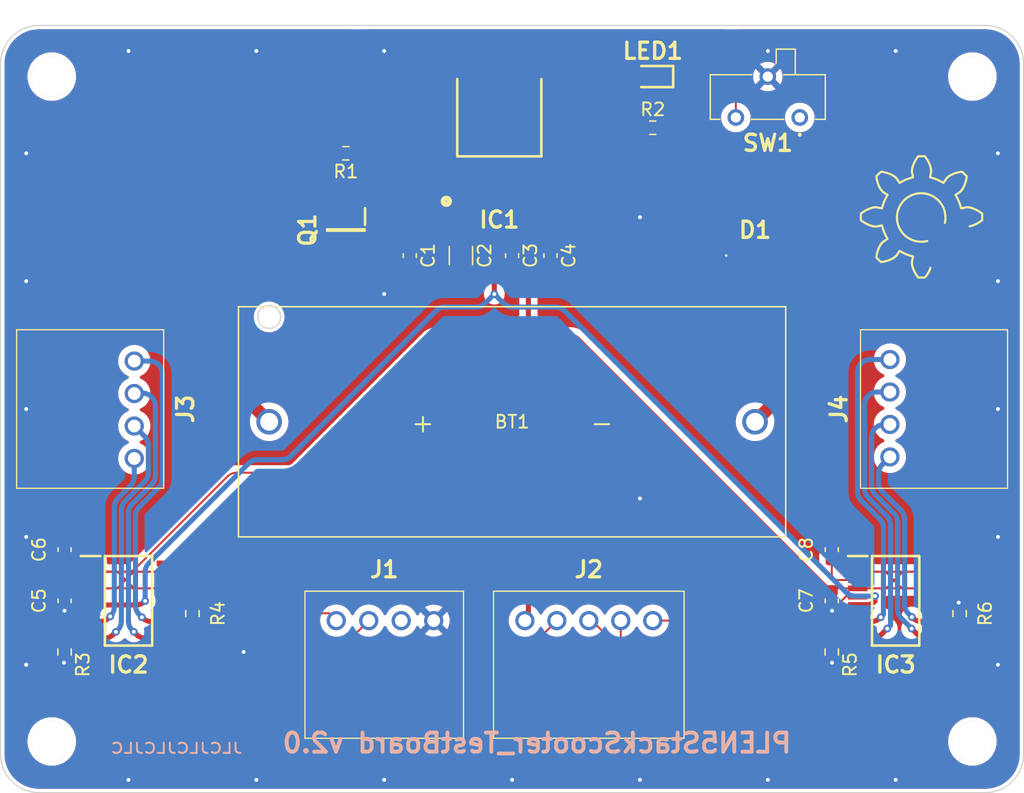
<source format=kicad_pcb>
(kicad_pcb (version 20221018) (generator pcbnew)
  (layers (0 "F.Cu" signal) (31 "B.Cu" signal) (34 "B.Paste" user) (35 "F.Paste" user) (36 "B.SilkS" user "B.Silkscreen") (37 "F.SilkS" user "F.Silkscreen") (38 "B.Mask" user) (39 "F.Mask" user) (44 "Edge.Cuts" user))
  (net 0 "")
  (net 1 "+BATT")
  (net 2 "GND")
  (net 3 "+3.3V")
  (net 4 "Net-(BT1--)")
  (net 5 "Direction_1")
  (net 6 "MotorB2")
  (net 7 "MotorB1")
  (net 8 "MotorA2")
  (net 9 "MotorA1")
  (net 10 "Reset_1")
  (net 12 "Clock_1")
  (net 13 "Net-(LED1-A)")
  (net 14 "Net-(IC2-OSC)")
  (net 15 "Net-(IC3-OSC)")
  (net 16 "Net-(IC2-RFB)")
  (net 17 "Net-(IC2-RFA)")
  (net 19 "Direction_2")
  (net 20 "MotorB4")
  (net 21 "Net-(IC3-RFB)")
  (net 22 "MotorB3")
  (net 23 "MotorA4")
  (net 24 "Net-(IC3-RFA)")
  (net 25 "MotorA3")
  (net 26 "Reset_2")
  (net 29 "Clock_2")
  (net 31 "Net-(Q1-G)")
  (net 33 "/Power")
  (footprint "Resistor_SMD:R_0603_1608Metric" (layer "F.Cu") (at 131 68)
    (fp_text reference "R2")
    (fp_text value "1k")
  )
  (footprint "01_AddLibrary:SOP65P640X160-20N" (layer "F.Cu") (at 90 105)
    (fp_text reference "IC2")
    (fp_text value "TB6608FNG_O,EL_" hide)
  )
  (footprint "01_AddLibrary:S4BXHA1LFSN" (layer "F.Cu") (at 113.75 106.55 180)
    (fp_text reference "J1")
    (fp_text value "S4B-XH-A-1_LF__SN_" hide)
  )
  (footprint "Resistor_SMD:R_0603_1608Metric" (layer "F.Cu") (at 85 109 -90)
    (fp_text reference "R3")
    (fp_text value "2.2")
  )
  (footprint "00_DIY_MyFavorite:Symbol_Helical_new" (layer "F.Cu") (at 152 75)
    (fp_text reference "G***" hide)
    (fp_text value "LOGO" hide)
  )
  (footprint "Capacitor_SMD:C_0603_1608Metric" (layer "F.Cu") (at 85 105 -90)
    (fp_text reference "C5")
    (fp_text value "0.1u")
  )
  (footprint "Capacitor_SMD:C_0603_1608Metric" (layer "F.Cu") (at 145 105 -90)
    (fp_text reference "C7")
    (fp_text value "0.1u")
  )
  (footprint "01_AddLibrary:SOP65P640X160-20N" (layer "F.Cu") (at 150 105)
    (fp_text reference "IC3")
    (fp_text value "TB6608FNG_O,EL_" hide)
  )
  (footprint "01_AddLibrary:CUHS20F30H3F" (layer "F.Cu") (at 139 78)
    (fp_text reference "D1")
    (fp_text value "CUHS20F30,H3F" hide)
  )
  (footprint "01_AddLibrary:LEDC1608X36N" (layer "F.Cu") (at 131 64 180)
    (fp_text reference "LED1")
    (fp_text value "SML-E12P8WT86" hide)
  )
  (footprint "Capacitor_SMD:C_0603_1608Metric" (layer "F.Cu") (at 145 101 90)
    (fp_text reference "C8")
    (fp_text value "220p")
  )
  (footprint "Capacitor_SMD:C_0603_1608Metric" (layer "F.Cu") (at 123 78 -90)
    (fp_text reference "C4")
    (fp_text value "2.2u")
  )
  (footprint "Resistor_SMD:R_0603_1608Metric" (layer "F.Cu") (at 145 109 -90)
    (fp_text reference "R5")
    (fp_text value "2.2")
  )
  (footprint "10_KBD_Hole_salicylic:m3_Screw_Hole_EdgeCuts" (layer "F.Cu") (at 156 116)
    (fp_text reference "Ref**" hide)
    (fp_text value "Val**" hide)
    (fp_circle (center 0 0) (end 1.6 0) (stroke (width 0.01)) (fill none) (layer "Edge.Cuts"))
  )
  (footprint "01_AddLibrary:TO-252-3-L1" (layer "F.Cu") (at 119 64.2)
    (fp_text reference "IC1")
    (fp_text value "NJM2845DL1-33-TE1" hide)
  )
  (footprint "Capacitor_SMD:C_0603_1608Metric" (layer "F.Cu") (at 85 101 90)
    (fp_text reference "C6")
    (fp_text value "220p")
  )
  (footprint "00_DIY_MyFavorite:BatteryHolder_BX123P38" (layer "F.Cu") (at 101 91)
    (fp_text reference "BT1")
    (fp_text value "Battery_Cell")
    (fp_circle (center 0 -8.2) (end 0.9 -8.2) (stroke (width 0.12)) (fill none) (layer "Edge.Cuts"))
  )
  (footprint "01_AddLibrary:S4BXHA1LFSN" (layer "F.Cu") (at 90.45 93.75 90)
    (fp_text reference "J3")
    (fp_text value "S4B-XH-A-1_LF__SN_" hide)
  )
  (footprint "01_AddLibrary:S5BXHA1LFSN" (layer "F.Cu") (at 121 106.55 180)
    (fp_text reference "J2")
    (fp_text value "S5B-XH-A-1_LF__SN_" hide)
  )
  (footprint "Resistor_SMD:R_0603_1608Metric" (layer "F.Cu") (at 155 106 90)
    (fp_text reference "R6")
    (fp_text value "2.2")
  )
  (footprint "10_KBD_Hole_salicylic:m3_Screw_Hole_EdgeCuts" (layer "F.Cu") (at 84 64)
    (fp_text reference "Ref**" hide)
    (fp_text value "Val**" hide)
    (fp_circle (center 0 0) (end 1.6 0) (stroke (width 0.01)) (fill none) (layer "Edge.Cuts"))
  )
  (footprint "Resistor_SMD:R_0603_1608Metric" (layer "F.Cu") (at 95 106 90)
    (fp_text reference "R4")
    (fp_text value "2.2")
  )
  (footprint "10_KBD_Hole_salicylic:m3_Screw_Hole_EdgeCuts" (layer "F.Cu") (at 156 64)
    (fp_text reference "Ref**" hide)
    (fp_text value "Val**" hide)
    (fp_circle (center 0 0) (end 1.6 0) (stroke (width 0.01)) (fill none) (layer "Edge.Cuts"))
  )
  (footprint "10_KBD_Hole_salicylic:m3_Screw_Hole_EdgeCuts" (layer "F.Cu") (at 84 116)
    (fp_text reference "Ref**" hide)
    (fp_text value "Val**" hide)
    (fp_circle (center 0 0) (end 1.6 0) (stroke (width 0.01)) (fill none) (layer "Edge.Cuts"))
  )
  (footprint "Capacitor_SMD:C_1206_3216Metric" (layer "F.Cu") (at 116 78 -90)
    (fp_text reference "C2")
    (fp_text value "100u")
  )
  (footprint "Resistor_SMD:R_0603_1608Metric" (layer "F.Cu") (at 107 70 180)
    (fp_text reference "R1")
    (fp_text value "1k")
  )
  (footprint "Capacitor_SMD:C_0603_1608Metric" (layer "F.Cu") (at 120 78 -90)
    (fp_text reference "C3")
    (fp_text value "0.33u")
  )
  (footprint "01_AddLibrary:IS1245TG" (layer "F.Cu") (at 142.5 67.2 180)
    (fp_text reference "SW1")
    (fp_text value "SW_OTAX-Toggle" hide)
  )
  (footprint "01_AddLibrary:SOT95P237X112-3N" (layer "F.Cu") (at 107 76 -90)
    (fp_text reference "Q1")
    (fp_text value "IRLML6402" hide)
  )
  (footprint "Capacitor_SMD:C_0603_1608Metric" (layer "F.Cu") (at 112 78 -90)
    (fp_text reference "C1")
    (fp_text value "0.1u")
  )
  (footprint "01_AddLibrary:S4BXHA1LFSN" (layer "F.Cu") (at 149.55 86.25 -90)
    (fp_text reference "J4")
    (fp_text value "S4B-XH-A-1_LF__SN_" hide)
  )
  (gr_line (start 160 63) (end 160 117) (stroke (width 0.1)) (layer "Edge.Cuts"))
  (gr_arc (start 157 60) (mid 159.12132 60.87868) (end 160 63) (stroke (width 0.1)) (layer "Edge.Cuts"))
  (gr_arc (start 80 63) (mid 80.87868 60.87868) (end 83 60) (stroke (width 0.1)) (layer "Edge.Cuts"))
  (gr_arc (start 83 120) (mid 80.87868 119.12132) (end 80 117) (stroke (width 0.1)) (layer "Edge.Cuts"))
  (gr_arc (start 160 117) (mid 159.12132 119.12132) (end 157 120) (stroke (width 0.1)) (layer "Edge.Cuts"))
  (gr_line (start 80 63) (end 80 117) (stroke (width 0.1)) (layer "Edge.Cuts"))
  (gr_line (start 157 120) (end 83 120) (stroke (width 0.1)) (layer "Edge.Cuts"))
  (gr_line (start 83 60) (end 157 60) (stroke (width 0.1)) (layer "Edge.Cuts"))
  (gr_text "JLCJLCJLCJLC" (at 99 117) (layer "B.SilkS") (effects (font (size 0.8 1)) (justify left bottom mirror)))
  (gr_text "PLEN5StackScooter_TestBoard v2.0" (at 142 117) (layer "B.SilkS") (effects (font (size 1.5 1.5) (thickness 0.3) bold) (justify left bottom mirror)))
  (segment (start 148.3892 104.633) (end 148.3892 105.0161) (width 0.4) (layer "F.Cu") (net 1))
  (segment (start 116 76.525) (end 118.885786 76.525) (width 1) (layer "F.Cu") (net 1))
  (segment (start 116 76.525) (end 116 73.364214) (width 1) (layer "F.Cu") (net 1))
  (segment (start 111.825 77.05) (end 112 77.225) (width 1) (layer "F.Cu") (net 1))
  (segment (start 119.592893 76.817893) (end 120 77.225) (width 1) (layer "F.Cu") (net 1))
  (segment (start 118.900893 78.324107) (end 120 77.225) (width 0.4) (layer "F.Cu") (net 1))
  (segment (start 116.292893 72.657107) (end 116.7 72.25) (width 1) (layer "F.Cu") (net 1))
  (segment (start 107 77.05) (end 111.825 77.05) (width 1) (layer "F.Cu") (net 1))
  (segment (start 118.608 81.011) (end 118.608 79.031214) (width 0.4) (layer "F.Cu") (net 1))
  (segment (start 112 77.225) (end 114.885786 77.225) (width 1) (layer "F.Cu") (net 1))
  (segment (start 148.3892 105.0161) (end 148.373193 105.032107) (width 0.4) (layer "F.Cu") (net 1))
  (segment (start 87.038 105.325) (end 90.577786 105.325) (width 0.4) (layer "F.Cu") (net 1))
  (segment (start 91.284893 105.032107) (end 91.303 105.014) (width 0.4) (layer "F.Cu") (net 1))
  (segment (start 115.592893 76.932107) (end 116 76.525) (width 1) (layer "F.Cu") (net 1))
  (segment (start 131.825 68) (end 131.825 69.7714) (width 0.1524) (layer "F.Cu") (net 1))
  (segment (start 130.825 70.7714) (end 117.7 70.7714) (width 0.1524) (layer "F.Cu") (net 1))
  (segment (start 120 77.46) (end 120 77.225) (width 0.4) (layer "F.Cu") (net 1))
  (segment (start 147.666086 105.325) (end 147.038 105.325) (width 0.4) (layer "F.Cu") (net 1))
  (segment (start 116.7 71.7714) (end 116.7 72.25) (width 0.1524) (layer "F.Cu") (net 1))
  (via (at 118.608 81.011) (size 0.605) (drill 0.3) (layers "F.Cu" "B.Cu") (net 1))
  (via (at 91.303 105.014) (size 0.605) (drill 0.3) (layers "F.Cu" "B.Cu") (net 1))
  (via (at 148.3892 104.633) (size 0.605) (drill 0.3) (layers "F.Cu" "B.Cu") (net 1))
  (arc (start 118.608 79.031214) (mid 118.68412 78.648531) (end 118.900893 78.324107) (width 0.4) (layer "F.Cu") (net 1))
  (arc (start 116 73.364214) (mid 116.07612 72.981531) (end 116.292893 72.657107) (width 1) (layer "F.Cu") (net 1))
  (arc (start 116.7 71.7714) (mid 116.992893 71.064293) (end 117.7 70.7714) (width 0.1524) (layer "F.Cu") (net 1))
  (arc (start 131.825 69.7714) (mid 131.532107 70.478507) (end 130.825 70.7714) (width 0.1524) (layer "F.Cu") (net 1))
  (arc (start 90.577786 105.325) (mid 90.960469 105.24888) (end 91.284893 105.032107) (width 0.4) (layer "F.Cu") (net 1))
  (arc (start 147.666086 105.325) (mid 148.048769 105.24888) (end 148.373193 105.032107) (width 0.4) (layer "F.Cu") (net 1))
  (arc (start 114.885786 77.225) (mid 115.268469 77.14888) (end 115.592893 76.932107) (width 1) (layer "F.Cu") (net 1))
  (arc (start 118.885786 76.525) (mid 119.268469 76.60112) (end 119.592893 76.817893) (width 1) (layer "F.Cu") (net 1))
  (segment (start 117.468968 81.986896) (end 117.363924 82.007789) (width 0.4) (layer "B.Cu") (net 1))
  (segment (start 114.518024 82.046211) (end 114.509625 82.047882) (width 0.4) (layer "B.Cu") (net 1))
  (segment (start 117.177786 82.027) (end 114.704214 82.027) (width 0.4) (layer "B.Cu") (net 1))
  (segment (start 118.608 81.011) (end 119.331107 81.734107) (width 0.4) (layer "B.Cu") (net 1))
  (segment (start 118.608 81.011) (end 117.89114 81.72786) (width 0.4) (layer "B.Cu") (net 1))
  (segment (start 101.994485 93.965) (end 100.099214 93.965) (width 0.4) (layer "B.Cu") (net 1))
  (segment (start 117.186582 82.026844) (end 117.177786 82.027) (width 0.4) (layer "B.Cu") (net 1))
  (segment (start 114.322037 82.104784) (end 114.231355 82.142344) (width 0.4) (layer "B.Cu") (net 1))
  (segment (start 91.303 102.761214) (end 91.303 105.014) (width 0.4) (layer "B.Cu") (net 1))
  (segment (start 117.559645 81.949338) (end 117.468968 81.986896) (width 0.4) (layer "B.Cu") (net 1))
  (segment (start 120.038214 82.027) (end 123.400786 82.027) (width 0.4) (layer "B.Cu") (net 1))
  (segment (start 146.835214 104.633) (end 148.3892 104.633) (width 0.4) (layer "B.Cu") (net 1))
  (segment (start 99.392107 94.257893) (end 91.595893 102.054107) (width 0.4) (layer "B.Cu") (net 1))
  (segment (start 117.878537 81.740243) (end 117.814142 81.802401) (width 0.4) (layer "B.Cu") (net 1))
  (segment (start 117.814142 81.802401) (end 117.732535 81.856928) (width 0.4) (layer "B.Cu") (net 1))
  (segment (start 114.231355 82.142344) (end 102.701592 93.672107) (width 0.4) (layer "B.Cu") (net 1))
  (segment (start 114.704214 82.027) (end 114.695471 82.027154) (width 0.4) (layer "B.Cu") (net 1))
  (segment (start 124.107893 82.319893) (end 146.128107 104.340107) (width 0.4) (layer "B.Cu") (net 1))
  (arc (start 114.518024 82.046211) (mid 114.606322 82.032716) (end 114.695471 82.027154) (width 0.4) (layer "B.Cu") (net 1))
  (arc (start 100.099214 93.965) (mid 99.716531 94.04112) (end 99.392107 94.257893) (width 0.4) (layer "B.Cu") (net 1))
  (arc (start 117.732535 81.856928) (mid 117.64836 81.90738) (end 117.559645 81.949338) (width 0.4) (layer "B.Cu") (net 1))
  (arc (start 114.509625 82.047882) (mid 114.414433 82.071725) (end 114.322037 82.104784) (width 0.4) (layer "B.Cu") (net 1))
  (arc (start 146.128107 104.340107) (mid 146.45253 104.55688) (end 146.835214 104.633) (width 0.4) (layer "B.Cu") (net 1))
  (arc (start 117.89114 81.72786) (mid 117.884866 81.734079) (end 117.878537 81.740243) (width 0.4) (layer "B.Cu") (net 1))
  (arc (start 124.107893 82.319893) (mid 123.78347 82.10312) (end 123.400786 82.027) (width 0.4) (layer "B.Cu") (net 1))
  (arc (start 91.595893 102.054107) (mid 91.37912 102.37853) (end 91.303 102.761214) (width 0.4) (layer "B.Cu") (net 1))
  (arc (start 117.186582 82.026844) (mid 117.275679 82.021278) (end 117.363924 82.007789) (width 0.4) (layer "B.Cu") (net 1))
  (arc (start 120.038214 82.027) (mid 119.655531 81.95088) (end 119.331107 81.734107) (width 0.4) (layer "B.Cu") (net 1))
  (arc (start 101.994485 93.965) (mid 102.377168 93.88888) (end 102.701592 93.672107) (width 0.4) (layer "B.Cu") (net 1))
  (segment (start 119.707107 81.943893) (end 119.397192 82.253808) (width 0.4) (layer "F.Cu") (net 2))
  (segment (start 85.0231 105.775) (end 86.1231 104.675) (width 0.1524) (layer "F.Cu") (net 2))
  (segment (start 94.85 105.325) (end 95 105.175) (width 0.1524) (layer "F.Cu") (net 2))
  (segment (start 82 110) (end 82 108.254214) (width 0.4) (layer "F.Cu") (net 2))
  (segment (start 154.93 105.141) (end 155.034 105.141) (width 0.1524) (layer "F.Cu") (net 2))
  (segment (start 145 105.775) (end 144.999 105.776) (width 0.1524) (layer "F.Cu") (net 2))
  (segment (start 154.93 105.245) (end 154.93 105.141) (width 0.1524) (layer "F.Cu") (net 2))
  (segment (start 85 105.775) (end 85.0231 105.775) (width 0.1524) (layer "F.Cu") (net 2))
  (segment (start 120 78.775) (end 120 81.236787) (width 0.4) (layer "F.Cu") (net 2))
  (segment (start 85 109.825) (end 84.968 109.825) (width 0.4) (layer "F.Cu") (net 2))
  (segment (start 145.024 105.776) (end 145.024 105.751) (width 0.1524) (layer "F.Cu") (net 2))
  (segment (start 82.292893 107.547107) (end 83.772107 106.067893) (width 0.4) (layer "F.Cu") (net 2))
  (segment (start 144.999 105.776) (end 145.024 105.776) (width 0.1524) (layer "F.Cu") (net 2))
  (segment (start 84.968 109.825) (end 84.953 109.84) (width 0.4) (layer "F.Cu") (net 2))
  (segment (start 154.85 105.325) (end 154.93 105.245) (width 0.1524) (layer "F.Cu") (net 2))
  (segment (start 152.962 105.325) (end 154.85 105.325) (width 0.1524) (layer "F.Cu") (net 2))
  (segment (start 145.024 105.751) (end 146.1 104.675) (width 0.1524) (layer "F.Cu") (net 2))
  (segment (start 116 79.856617) (end 116 79.475) (width 0.4) (layer "F.Cu") (net 2))
  (segment (start 146.1 104.675) (end 147.038 104.675) (width 0.1524) (layer "F.Cu") (net 2))
  (segment (start 86.1231 104.675) (end 87.038 104.675) (width 0.1524) (layer "F.Cu") (net 2))
  (segment (start 84.479214 105.775) (end 85 105.775) (width 0.4) (layer "F.Cu") (net 2))
  (segment (start 117.982978 82.253809) (end 116.292893 80.563724) (width 0.4) (layer "F.Cu") (net 2))
  (segment (start 155.034 105.141) (end 155 105.175) (width 0.1524) (layer "F.Cu") (net 2))
  (segment (start 92.962 105.325) (end 94.85 105.325) (width 0.1524) (layer "F.Cu") (net 2))
  (via (at 100 119) (size 0.605) (drill 0.3) (layers "F.Cu" "B.Cu") (net 2))
  (via (at 82 90) (size 0.605) (drill 0.3) (layers "F.Cu" "B.Cu") (net 2))
  (via (at 150 62) (size 0.605) (drill 0.3) (layers "F.Cu" "B.Cu") (net 2))
  (via (at 82 70) (size 0.605) (drill 0.3) (layers "F.Cu" "B.Cu") (net 2))
  (via (at 158 90) (size 0.605) (drill 0.3) (layers "F.Cu" "B.Cu") (net 2))
  (via (at 82 110) (size 0.605) (drill 0.3) (layers "F.Cu" "B.Cu") (net 2))
  (via (at 158 100) (size 0.605) (drill 0.3) (layers "F.Cu" "B.Cu") (net 2))
  (via (at 145.024 105.776) (size 0.605) (drill 0.3) (layers "F.Cu" "B.Cu") (net 2))
  (via (at 158 80) (size 0.605) (drill 0.3) (layers "F.Cu" "B.Cu") (net 2))
  (via (at 110 81) (size 0.605) (drill 0.3) (layers "F.Cu" "B.Cu") (net 2))
  (via (at 84.953 109.84) (size 0.605) (drill 0.3) (layers "F.Cu" "B.Cu") (net 2))
  (via (at 158 110) (size 0.605) (drill 0.3) (layers "F.Cu" "B.Cu") (net 2))
  (via (at 130 119) (size 0.605) (drill 0.3) (layers "F.Cu" "B.Cu") (net 2))
  (via (at 110 119) (size 0.605) (drill 0.3) (layers "F.Cu" "B.Cu") (net 2))
  (via (at 82 80) (size 0.605) (drill 0.3) (layers "F.Cu" "B.Cu") (net 2))
  (via (at 140 119) (size 0.605) (drill 0.3) (layers "F.Cu" "B.Cu") (net 2))
  (via (at 140 62) (size 0.605) (drill 0.3) (layers "F.Cu" "B.Cu") (net 2))
  (via (at 150 119) (size 0.605) (drill 0.3) (layers "F.Cu" "B.Cu") (net 2))
  (via (at 120 119) (size 0.605) (drill 0.3) (layers "F.Cu" "B.Cu") (net 2))
  (via (at 130 75) (size 0.605) (drill 0.3) (layers "F.Cu" "B.Cu") (net 2))
  (via (at 90 62) (size 0.605) (drill 0.3) (layers "F.Cu" "B.Cu") (net 2))
  (via (at 145.024 109.84) (size 0.605) (drill 0.3) (layers "F.Cu" "B.Cu") (net 2))
  (via (at 130 97) (size 0.605) (drill 0.3) (layers "F.Cu" "B.Cu") (net 2))
  (via (at 110 62) (size 0.605) (drill 0.3) (layers "F.Cu" "B.Cu") (net 2))
  (via (at 90 119) (size 0.605) (drill 0.3) (layers "F.Cu" "B.Cu") (net 2))
  (via (at 82 100) (size 0.605) (drill 0.3) (layers "F.Cu" "B.Cu") (net 2))
  (via (at 99 109) (size 0.605) (drill 0.3) (layers "F.Cu" "B.Cu") (net 2))
  (via (at 158 70) (size 0.605) (drill 0.3) (layers "F.Cu" "B.Cu") (net 2))
  (via (at 82 110) (size 0.605) (drill 0.3) (layers "F.Cu" "B.Cu") (net 2))
  (via (at 100 62) (size 0.605) (drill 0.3) (layers "F.Cu" "B.Cu") (net 2))
  (via (at 85 105.775) (size 0.605) (drill 0.3) (layers "F.Cu" "B.Cu") (net 2))
  (via (at 154.93 105.141) (size 0.605) (drill 0.3) (layers "F.Cu" "B.Cu") (net 2))
  (arc (start 119.397192 82.253808) (mid 118.690085 82.546702) (end 117.982978 82.253809) (width 0.4) (layer "F.Cu") (net 2))
  (arc (start 82.292893 107.547107) (mid 82.07612 107.87153) (end 82 108.254214) (width 0.4) (layer "F.Cu") (net 2))
  (arc (start 84.479214 105.775) (mid 84.096531 105.85112) (end 83.772107 106.067893) (width 0.4) (layer "F.Cu") (net 2))
  (arc (start 119.707107 81.943893) (mid 119.923879 81.61947) (end 120 81.236787) (width 0.4) (layer "F.Cu") (net 2))
  (arc (start 116.292893 80.563724) (mid 116.07612 80.239301) (end 116 79.856617) (width 0.4) (layer "F.Cu") (net 2))
  (segment (start 150.866 109.205) (end 154.93 105.141) (width 0.1524) (layer "B.Cu") (net 2))
  (segment (start 82 110) (end 84.793 110) (width 0.4) (layer "B.Cu") (net 2))
  (segment (start 84.793 110) (end 84.953 109.84) (width 0.4) (layer "B.Cu") (net 2))
  (segment (start 145.024 105.776) (end 148.453 109.205) (width 0.1524) (layer "B.Cu") (net 2))
  (segment (start 148.453 109.205) (end 150.866 109.205) (width 0.1524) (layer "B.Cu") (net 2))
  (segment (start 120.170893 83.893107) (end 121.275 82.789) (width 0.1524) (layer "F.Cu") (net 3))
  (segment (start 121.3 72.25) (end 121.3 76.225) (width 0.4) (layer "F.Cu") (net 3))
  (segment (start 87.038 102.075) (end 87.038 102.725) (width 0.1524) (layer "F.Cu") (net 3))
  (segment (start 114.130114 84.186) (end 119.463786 84.186) (width 0.1524) (layer "F.Cu") (net 3))
  (segment (start 85 104.225) (end 85.2 104.025) (width 0.1524) (layer "F.Cu") (net 3))
  (segment (start 150.719107 104.025) (end 152.962 104.025) (width 0.1524) (layer "F.Cu") (net 3))
  (segment (start 121.275 106.275) (end 121.275 82.789) (width 0.4) (layer "F.Cu") (net 3))
  (segment (start 124.546786 84.186) (end 123.086214 84.186) (width 0.1524) (layer "F.Cu") (net 3))
  (segment (start 92.962 102.725) (end 93.8769 102.725) (width 0.1524) (layer "F.Cu") (net 3))
  (segment (start 147.038 104.025) (end 152.962 104.025) (width 0.1524) (layer "F.Cu") (net 3))
  (segment (start 93.9531 103.9488) (end 93.8769 104.025) (width 0.1524) (layer "F.Cu") (net 3))
  (segment (start 89.287447 102.871447) (end 90.294554 103.878554) (width 0.1524) (layer "F.Cu") (net 3))
  (segment (start 147.038 102.725) (end 152.962 102.725) (width 0.1524) (layer "F.Cu") (net 3))
  (segment (start 90.624107 102.725) (end 92.962 102.725) (width 0.1524) (layer "F.Cu") (net 3))
  (segment (start 121 106.55) (end 121.275 106.275) (width 0.4) (layer "F.Cu") (net 3))
  (segment (start 121.275 82.789) (end 121.275 79.364214) (width 0.4) (layer "F.Cu") (net 3))
  (segment (start 150.422603 102.871447) (end 149.415496 103.878554) (width 0.1524) (layer "F.Cu") (net 3))
  (segment (start 153.9531 102.8012) (end 153.9531 103.9641) (width 0.1524) (layer "F.Cu") (net 3))
  (segment (start 122.379107 83.893107) (end 121.275 82.789) (width 0.1524) (layer "F.Cu") (net 3))
  (segment (start 87.038 102.725) (end 92.962 102.725) (width 0.1524) (layer "F.Cu") (net 3))
  (segment (start 149.061943 104.025) (end 147.038 104.025) (width 0.1524) (layer "F.Cu") (net 3))
  (segment (start 98.448214 94.981) (end 102.506686 94.981) (width 0.1524) (layer "F.Cu") (net 3))
  (segment (start 93.9531 102.8012) (end 93.9531 103.9488) (width 0.1524) (layer "F.Cu") (net 3))
  (segment (start 87.038 104.025) (end 88.909893 104.025) (width 0.1524) (layer "F.Cu") (net 3))
  (segment (start 153.9531 103.9641) (end 153.8922 104.025) (width 0.1524) (layer "F.Cu") (net 3))
  (segment (start 121.567893 78.657107) (end 123 77.225) (width 0.4) (layer "F.Cu") (net 3))
  (segment (start 87.038 104.025) (end 92.962 104.025) (width 0.1524) (layer "F.Cu") (net 3))
  (segment (start 147.038 102.725) (end 149.004893 102.725) (width 0.1524) (layer "F.Cu") (net 3))
  (segment (start 93.8769 102.725) (end 93.9531 102.8012) (width 0.1524) (layer "F.Cu") (net 3))
  (segment (start 87.038 102.725) (end 88.933893 102.725) (width 0.1524) (layer "F.Cu") (net 3))
  (segment (start 147.038 102.075) (end 147.038 102.725) (width 0.1524) (layer "F.Cu") (net 3))
  (segment (start 152.962 102.725) (end 153.8769 102.725) (width 0.1524) (layer "F.Cu") (net 3))
  (segment (start 149.358447 102.871447) (end 150.365554 103.878554) (width 0.1524) (layer "F.Cu") (net 3))
  (segment (start 89.263447 103.878553) (end 90.270554 102.871446) (width 0.1524) (layer "F.Cu") (net 3))
  (segment (start 90.648107 104.025) (end 92.962 104.025) (width 0.1524) (layer "F.Cu") (net 3))
  (segment (start 122.3 77.225) (end 123 77.225) (width 0.4) (layer "F.Cu") (net 3))
  (segment (start 90.582893 102.432107) (end 97.741107 95.273893) (width 0.1524) (layer "F.Cu") (net 3))
  (segment (start 145 104.225) (end 125.253893 84.478893) (width 0.1524) (layer "F.Cu") (net 3))
  (segment (start 103.213793 94.688107) (end 113.423007 84.478893) (width 0.1524) (layer "F.Cu") (net 3))
  (segment (start 145.2 104.025) (end 147.038 104.025) (width 0.1524) (layer "F.Cu") (net 3))
  (segment (start 153.8769 102.725) (end 153.9531 102.8012) (width 0.1524) (layer "F.Cu") (net 3))
  (segment (start 152.962 102.725) (end 150.776157 102.725) (width 0.1524) (layer "F.Cu") (net 3))
  (segment (start 145 104.225) (end 145.2 104.025) (width 0.1524) (layer "F.Cu") (net 3))
  (segment (start 87.038 102.725) (end 89.875786 102.725) (width 0.1524) (layer "F.Cu") (net 3))
  (segment (start 85.2 104.025) (end 87.038 104.025) (width 0.1524) (layer "F.Cu") (net 3))
  (segment (start 152.989 103.998) (end 152.962 104.025) (width 0.1524) (layer "F.Cu") (net 3))
  (segment (start 93.8769 104.025) (end 92.962 104.025) (width 0.1524) (layer "F.Cu") (net 3))
  (segment (start 153.8922 104.025) (end 152.962 104.025) (width 0.1524) (layer "F.Cu") (net 3))
  (arc (start 123.086214 84.186) (mid 122.703531 84.10988) (end 122.379107 83.893107) (width 0.1524) (layer "F.Cu") (net 3))
  (arc (start 102.506686 94.981) (mid 102.889369 94.90488) (end 103.213793 94.688107) (width 0.1524) (layer "F.Cu") (net 3))
  (arc (start 90.648107 104.025) (mid 90.456766 103.98694) (end 90.294554 103.878554) (width 0.1524) (layer "F.Cu") (net 3))
  (arc (start 150.776157 102.725) (mid 150.584815 102.76306) (end 150.422603 102.871447) (width 0.1524) (layer "F.Cu") (net 3))
  (arc (start 122.3 77.225) (mid 121.592893 76.932107) (end 121.3 76.225) (width 0.4) (layer "F.Cu") (net 3))
  (arc (start 88.909893 104.025) (mid 89.101235 103.98694) (end 89.263447 103.878553) (width 0.1524) (layer "F.Cu") (net 3))
  (arc (start 149.358447 102.871447) (mid 149.196235 102.76306) (end 149.004893 102.725) (width 0.1524) (layer "F.Cu") (net 3))
  (arc (start 98.448214 94.981) (mid 98.065531 95.05712) (end 97.741107 95.273893) (width 0.1524) (layer "F.Cu") (net 3))
  (arc (start 149.061943 104.025) (mid 149.253284 103.98694) (end 149.415496 103.878554) (width 0.1524) (layer "F.Cu") (net 3))
  (arc (start 114.130114 84.186) (mid 113.747431 84.26212) (end 113.423007 84.478893) (width 0.1524) (layer "F.Cu") (net 3))
  (arc (start 119.463786 84.186) (mid 119.846469 84.10988) (end 120.170893 83.893107) (width 0.1524) (layer "F.Cu") (net 3))
  (arc (start 88.933893 102.725) (mid 89.125235 102.76306) (end 89.287447 102.871447) (width 0.1524) (layer "F.Cu") (net 3))
  (arc (start 90.270554 102.871446) (mid 90.432766 102.76306) (end 90.624107 102.725) (width 0.1524) (layer "F.Cu") (net 3))
  (arc (start 124.546786 84.186) (mid 124.929469 84.26212) (end 125.253893 84.478893) (width 0.1524) (layer "F.Cu") (net 3))
  (arc (start 89.875786 102.725) (mid 90.258469 102.64888) (end 90.582893 102.432107) (width 0.1524) (layer "F.Cu") (net 3))
  (arc (start 121.275 79.364214) (mid 121.35112 78.981531) (end 121.567893 78.657107) (width 0.4) (layer "F.Cu") (net 3))
  (arc (start 150.365554 103.878554) (mid 150.527766 103.98694) (end 150.719107 104.025) (width 0.1524) (layer "F.Cu") (net 3))
  (segment (start 140.25 78) (end 140.25 89.335786) (width 1) (layer "F.Cu") (net 4))
  (segment (start 139.957107 90.042893) (end 139 91) (width 1) (layer "F.Cu") (net 4))
  (arc (start 139.957107 90.042893) (mid 140.17388 89.71847) (end 140.25 89.335786) (width 1) (layer "F.Cu") (net 4))
  (segment (start 83.429 109.079082) (end 83.429 110.0884) (width 0.1524) (layer "F.Cu") (net 5))
  (segment (start 85.825975 106.267893) (end 83.721893 108.371975) (width 0.1524) (layer "F.Cu") (net 5))
  (segment (start 84.429 111.0884) (end 103.837386 111.0884) (width 0.1524) (layer "F.Cu") (net 5))
  (segment (start 104.544493 110.795507) (end 108.79 106.55) (width 0.1524) (layer "F.Cu") (net 5))
  (segment (start 87.038 105.975) (end 86.533082 105.975) (width 0.1524) (layer "F.Cu") (net 5))
  (arc (start 83.721893 108.371975) (mid 83.50512 108.696398) (end 83.429 109.079082) (width 0.1524) (layer "F.Cu") (net 5))
  (arc (start 84.429 111.0884) (mid 83.721893 110.795507) (end 83.429 110.0884) (width 0.1524) (layer "F.Cu") (net 5))
  (arc (start 85.825975 106.267893) (mid 86.150398 106.05112) (end 86.533082 105.975) (width 0.1524) (layer "F.Cu") (net 5))
  (arc (start 103.837386 111.0884) (mid 104.220069 111.01228) (end 104.544493 110.795507) (width 0.1524) (layer "F.Cu") (net 5))
  (segment (start 87.753786 106.625) (end 87.038 106.625) (width 0.4) (layer "F.Cu") (net 6))
  (segment (start 88.5725 106.2205) (end 88.460893 106.332107) (width 0.4) (layer "F.Cu") (net 6))
  (via (at 88.5725 106.2205) (size 0.605) (drill 0.3) (layers "F.Cu" "B.Cu") (net 6))
  (arc (start 88.460893 106.332107) (mid 88.13647 106.54888) (end 87.753786 106.625) (width 0.4) (layer "F.Cu") (net 6))
  (segment (start 89.182892 96.972853) (end 90.157107 95.998638) (width 0.4) (layer "B.Cu") (net 6))
  (segment (start 90.45 95.291531) (end 90.45 93.87) (width 0.4) (layer "B.Cu") (net 6))
  (segment (start 88.89 105.488786) (end 88.889999 97.67996) (width 0.4) (layer "B.Cu") (net 6))
  (segment (start 88.5725 106.2205) (end 88.597107 106.195893) (width 0.4) (layer "B.Cu") (net 6))
  (arc (start 88.89 105.488786) (mid 88.81388 105.871469) (end 88.597107 106.195893) (width 0.4) (layer "B.Cu") (net 6))
  (arc (start 88.889999 97.67996) (mid 88.966119 97.297277) (end 89.182892 96.972853) (width 0.4) (layer "B.Cu") (net 6))
  (arc (start 90.157107 95.998638) (mid 90.37388 95.674215) (end 90.45 95.291531) (width 0.4) (layer "B.Cu") (net 6))
  (segment (start 89.017 107.427) (end 88.811893 107.632107) (width 0.4) (layer "F.Cu") (net 7))
  (segment (start 88.104786 107.925) (end 87.038 107.925) (width 0.4) (layer "F.Cu") (net 7))
  (via (at 89.017 107.427) (size 0.605) (drill 0.3) (layers "F.Cu" "B.Cu") (net 7))
  (arc (start 88.811893 107.632107) (mid 88.48747 107.84888) (end 88.104786 107.925) (width 0.4) (layer "F.Cu") (net 7))
  (segment (start 89.149507 107.294493) (end 89.017 107.427) (width 0.4) (layer "B.Cu") (net 7))
  (segment (start 90.45 91.33) (end 91.259507 92.139507) (width 0.4) (layer "B.Cu") (net 7))
  (segment (start 91.259507 95.67745) (end 89.735292 97.201665) (width 0.4) (layer "B.Cu") (net 7))
  (segment (start 91.5524 92.846614) (end 91.5524 94.970343) (width 0.4) (layer "B.Cu") (net 7))
  (segment (start 89.442399 97.908772) (end 89.4424 106.587386) (width 0.4) (layer "B.Cu") (net 7))
  (arc (start 91.259507 95.67745) (mid 91.47628 95.353027) (end 91.5524 94.970343) (width 0.4) (layer "B.Cu") (net 7))
  (arc (start 91.5524 92.846614) (mid 91.47628 92.463931) (end 91.259507 92.139507) (width 0.4) (layer "B.Cu") (net 7))
  (arc (start 89.735292 97.201665) (mid 89.518519 97.526088) (end 89.442399 97.908772) (width 0.4) (layer "B.Cu") (net 7))
  (arc (start 89.4424 106.587386) (mid 89.36628 106.970069) (end 89.149507 107.294493) (width 0.4) (layer "B.Cu") (net 7))
  (segment (start 90.414 107.427) (end 90.619107 107.632107) (width 0.4) (layer "F.Cu") (net 8))
  (segment (start 91.326214 107.925) (end 92.962 107.925) (width 0.4) (layer "F.Cu") (net 8))
  (via (at 90.414 107.427) (size 0.605) (drill 0.3) (layers "F.Cu" "B.Cu") (net 8))
  (arc (start 90.619107 107.632107) (mid 90.94353 107.84888) (end 91.326214 107.925) (width 0.4) (layer "F.Cu") (net 8))
  (segment (start 90.414 107.427) (end 90.287693 107.300693) (width 0.4) (layer "B.Cu") (net 8))
  (segment (start 92.104801 95.199154) (end 92.1048 89.758) (width 0.4) (layer "B.Cu") (net 8))
  (segment (start 90.482 88.758) (end 90.45 88.79) (width 0.4) (layer "B.Cu") (net 8))
  (segment (start 91.1048 88.758) (end 90.482 88.758) (width 0.4) (layer "B.Cu") (net 8))
  (segment (start 89.9948 106.593586) (end 89.9948 98.137583) (width 0.4) (layer "B.Cu") (net 8))
  (segment (start 90.287693 97.430476) (end 91.811908 95.906261) (width 0.4) (layer "B.Cu") (net 8))
  (arc (start 92.104801 95.199154) (mid 92.028681 95.581837) (end 91.811908 95.906261) (width 0.4) (layer "B.Cu") (net 8))
  (arc (start 90.287693 107.300693) (mid 90.07092 106.97627) (end 89.9948 106.593586) (width 0.4) (layer "B.Cu") (net 8))
  (arc (start 92.1048 89.758) (mid 91.811907 89.050893) (end 91.1048 88.758) (width 0.4) (layer "B.Cu") (net 8))
  (arc (start 90.287693 97.430476) (mid 90.07092 97.754899) (end 89.9948 98.137583) (width 0.4) (layer "B.Cu") (net 8))
  (segment (start 91.804214 106.625) (end 92.962 106.625) (width 0.4) (layer "F.Cu") (net 9))
  (segment (start 91.049 106.284) (end 91.097107 106.332107) (width 0.4) (layer "F.Cu") (net 9))
  (via (at 91.049 106.284) (size 0.605) (drill 0.3) (layers "F.Cu" "B.Cu") (net 9))
  (arc (start 91.097107 106.332107) (mid 91.42153 106.54888) (end 91.804214 106.625) (width 0.4) (layer "F.Cu") (net 9))
  (segment (start 90.45 86.25) (end 91.657201 86.25) (width 0.4) (layer "B.Cu") (net 9))
  (segment (start 92.657201 87.25) (end 92.657201 95.427966) (width 0.4) (layer "B.Cu") (net 9))
  (segment (start 90.840093 106.075093) (end 91.049 106.284) (width 0.4) (layer "B.Cu") (net 9))
  (segment (start 90.5472 98.366395) (end 90.5472 105.367986) (width 0.4) (layer "B.Cu") (net 9))
  (segment (start 92.364308 96.135073) (end 90.840093 97.659288) (width 0.4) (layer "B.Cu") (net 9))
  (arc (start 90.840093 97.659288) (mid 90.62332 97.983712) (end 90.5472 98.366395) (width 0.4) (layer "B.Cu") (net 9))
  (arc (start 92.657201 95.427966) (mid 92.581081 95.810649) (end 92.364308 96.135073) (width 0.4) (layer "B.Cu") (net 9))
  (arc (start 90.5472 105.367986) (mid 90.62332 105.75067) (end 90.840093 106.075093) (width 0.4) (layer "B.Cu") (net 9))
  (arc (start 91.657201 86.25) (mid 92.364308 86.542893) (end 92.657201 87.25) (width 0.4) (layer "B.Cu") (net 9))
  (segment (start 106.25 106.55) (end 105.675 105.975) (width 0.1524) (layer "F.Cu") (net 10))
  (segment (start 105.675 105.975) (end 92.962 105.975) (width 0.1524) (layer "F.Cu") (net 10))
  (segment (start 92.98 102.093) (end 92.962 102.075) (width 0.1524) (layer "F.Cu") (net 12))
  (segment (start 119.403214 107.935) (end 121.700786 107.935) (width 0.1524) (layer "F.Cu") (net 12))
  (segment (start 92.962 102.075) (end 112.714786 102.075) (width 0.1524) (layer "F.Cu") (net 12))
  (segment (start 122.407893 107.642107) (end 123.5 106.55) (width 0.1524) (layer "F.Cu") (net 12))
  (segment (start 113.421893 102.367893) (end 118.696107 107.642107) (width 0.1524) (layer "F.Cu") (net 12))
  (arc (start 113.421893 102.367893) (mid 113.09747 102.15112) (end 112.714786 102.075) (width 0.1524) (layer "F.Cu") (net 12))
  (arc (start 118.696107 107.642107) (mid 119.02053 107.85888) (end 119.403214 107.935) (width 0.1524) (layer "F.Cu") (net 12))
  (arc (start 122.407893 107.642107) (mid 122.08347 107.85888) (end 121.700786 107.935) (width 0.1524) (layer "F.Cu") (net 12))
  (segment (start 130.1 67.925) (end 130.1 64) (width 0.1524) (layer "F.Cu") (net 13))
  (segment (start 130.175 68) (end 130.1 67.925) (width 0.1524) (layer "F.Cu") (net 13))
  (segment (start 85.5 103.375) (end 87.038 103.375) (width 0.1524) (layer "F.Cu") (net 14))
  (segment (start 85 101.775) (end 85 102.875) (width 0.1524) (layer "F.Cu") (net 14))
  (arc (start 85.5 103.375) (mid 85.146447 103.228553) (end 85 102.875) (width 0.1524) (layer "F.Cu") (net 14))
  (segment (start 145 101.775) (end 145 102.875) (width 0.1524) (layer "F.Cu") (net 15))
  (segment (start 145.5 103.375) (end 147.038 103.375) (width 0.1524) (layer "F.Cu") (net 15))
  (arc (start 145 102.875) (mid 145.146447 103.228553) (end 145.5 103.375) (width 0.1524) (layer "F.Cu") (net 15))
  (segment (start 85 108.175) (end 85 107.775) (width 0.1524) (layer "F.Cu") (net 16))
  (segment (start 85.5 107.275) (end 87.038 107.275) (width 0.1524) (layer "F.Cu") (net 16))
  (arc (start 85 107.775) (mid 85.146447 107.421447) (end 85.5 107.275) (width 0.1524) (layer "F.Cu") (net 16))
  (segment (start 94.135786 107.275) (end 92.962 107.275) (width 0.1524) (layer "F.Cu") (net 17))
  (segment (start 95 106.825) (end 94.842893 106.982107) (width 0.1524) (layer "F.Cu") (net 17))
  (arc (start 94.842893 106.982107) (mid 94.51847 107.19888) (end 94.135786 107.275) (width 0.1524) (layer "F.Cu") (net 17))
  (segment (start 146.222 105.975) (end 145.647 106.55) (width 0.1524) (layer "F.Cu") (net 19))
  (segment (start 147.038 105.975) (end 146.222 105.975) (width 0.1524) (layer "F.Cu") (net 19))
  (segment (start 145.647 106.55) (end 131 106.55) (width 0.1524) (layer "F.Cu") (net 19))
  (segment (start 148.078786 106.625) (end 147.038 106.625) (width 0.4) (layer "F.Cu") (net 20))
  (segment (start 148.834 106.284) (end 148.785893 106.332107) (width 0.4) (layer "F.Cu") (net 20))
  (via (at 148.834 106.284) (size 0.605) (drill 0.3) (layers "F.Cu" "B.Cu") (net 20))
  (arc (start 148.785893 106.332107) (mid 148.46147 106.54888) (end 148.078786 106.625) (width 0.4) (layer "F.Cu") (net 20))
  (segment (start 147.0116 96.448243) (end 147.0116 87.13) (width 0.4) (layer "B.Cu") (net 20))
  (segment (start 149.0436 106.0744) (end 149.0436 99.308671) (width 0.4) (layer "B.Cu") (net 20))
  (segment (start 148.750707 98.601564) (end 147.304493 97.15535) (width 0.4) (layer "B.Cu") (net 20))
  (segment (start 148.834 106.284) (end 149.0436 106.0744) (width 0.4) (layer "B.Cu") (net 20))
  (segment (start 148.0116 86.13) (end 149.55 86.13) (width 0.4) (layer "B.Cu") (net 20))
  (arc (start 148.0116 86.13) (mid 147.304493 86.422893) (end 147.0116 87.13) (width 0.4) (layer "B.Cu") (net 20))
  (arc (start 148.750707 98.601564) (mid 148.96748 98.925987) (end 149.0436 99.308671) (width 0.4) (layer "B.Cu") (net 20))
  (arc (start 147.304493 97.15535) (mid 147.08772 96.830927) (end 147.0116 96.448243) (width 0.4) (layer "B.Cu") (net 20))
  (segment (start 145.5 107.275) (end 147.038 107.275) (width 0.1524) (layer "F.Cu") (net 21))
  (segment (start 145 108.175) (end 145 107.775) (width 0.1524) (layer "F.Cu") (net 21))
  (arc (start 145.5 107.275) (mid 145.146447 107.421447) (end 145 107.775) (width 0.1524) (layer "F.Cu") (net 21))
  (segment (start 148.175786 107.925) (end 147.038 107.925) (width 0.4) (layer "F.Cu") (net 22))
  (segment (start 149.342 107.173) (end 148.882893 107.632107) (width 0.4) (layer "F.Cu") (net 22))
  (via (at 149.342 107.173) (size 0.605) (drill 0.3) (layers "F.Cu" "B.Cu") (net 22))
  (arc (start 148.882893 107.632107) (mid 148.55847 107.84888) (end 148.175786 107.925) (width 0.4) (layer "F.Cu") (net 22))
  (segment (start 147.564 96.219431) (end 147.564 89.67) (width 0.4) (layer "B.Cu") (net 22))
  (segment (start 149.342 107.173) (end 149.596 106.919) (width 0.4) (layer "B.Cu") (net 22))
  (segment (start 149.303107 98.372752) (end 147.856893 96.926538) (width 0.4) (layer "B.Cu") (net 22))
  (segment (start 148.564 88.67) (end 149.55 88.67) (width 0.4) (layer "B.Cu") (net 22))
  (segment (start 149.596 106.919) (end 149.596 99.079859) (width 0.4) (layer "B.Cu") (net 22))
  (arc (start 147.564 96.219431) (mid 147.64012 96.602114) (end 147.856893 96.926538) (width 0.4) (layer "B.Cu") (net 22))
  (arc (start 149.596 99.079859) (mid 149.51988 98.697176) (end 149.303107 98.372752) (width 0.4) (layer "B.Cu") (net 22))
  (arc (start 147.564 89.67) (mid 147.856893 88.962893) (end 148.564 88.67) (width 0.4) (layer "B.Cu") (net 22))
  (segment (start 152.413214 107.925) (end 152.962 107.925) (width 0.4) (layer "F.Cu") (net 23))
  (segment (start 151.247 107.173) (end 151.706107 107.632107) (width 0.4) (layer "F.Cu") (net 23))
  (via (at 151.247 107.173) (size 0.605) (drill 0.3) (layers "F.Cu" "B.Cu") (net 23))
  (arc (start 151.706107 107.632107) (mid 152.03053 107.84888) (end 152.413214 107.925) (width 0.4) (layer "F.Cu") (net 23))
  (segment (start 149.855507 98.14394) (end 148.409293 96.697726) (width 0.4) (layer "B.Cu") (net 23))
  (segment (start 150.1484 105.660186) (end 150.1484 98.851047) (width 0.4) (layer "B.Cu") (net 23))
  (segment (start 149.1164 91.21) (end 149.55 91.21) (width 0.4) (layer "B.Cu") (net 23))
  (segment (start 148.1164 95.990619) (end 148.1164 92.21) (width 0.4) (layer "B.Cu") (net 23))
  (segment (start 151.247 107.173) (end 150.441293 106.367293) (width 0.4) (layer "B.Cu") (net 23))
  (arc (start 150.1484 98.851047) (mid 150.07228 98.468364) (end 149.855507 98.14394) (width 0.4) (layer "B.Cu") (net 23))
  (arc (start 148.1164 92.21) (mid 148.409293 91.502893) (end 149.1164 91.21) (width 0.4) (layer "B.Cu") (net 23))
  (arc (start 148.409293 96.697726) (mid 148.19252 96.373303) (end 148.1164 95.990619) (width 0.4) (layer "B.Cu") (net 23))
  (arc (start 150.441293 106.367293) (mid 150.22452 106.04287) (end 150.1484 105.660186) (width 0.4) (layer "B.Cu") (net 23))
  (segment (start 154.842893 106.982107) (end 155 106.825) (width 0.1524) (layer "F.Cu") (net 24))
  (segment (start 152.962 107.275) (end 154.135786 107.275) (width 0.1524) (layer "F.Cu") (net 24))
  (arc (start 154.842893 106.982107) (mid 154.51847 107.19888) (end 154.135786 107.275) (width 0.1524) (layer "F.Cu") (net 24))
  (segment (start 151.265231 106.265769) (end 151.331569 106.332107) (width 0.4) (layer "F.Cu") (net 25))
  (segment (start 152.038676 106.625) (end 152.962 106.625) (width 0.4) (layer "F.Cu") (net 25))
  (via (at 151.265231 106.265769) (size 0.605) (drill 0.3) (layers "F.Cu" "B.Cu") (net 25))
  (arc (start 152.038676 106.625) (mid 151.655993 106.54888) (end 151.331569 106.332107) (width 0.4) (layer "F.Cu") (net 25))
  (segment (start 151.265231 106.265769) (end 150.993693 105.994231) (width 0.4) (layer "B.Cu") (net 25))
  (segment (start 150.407907 97.915128) (end 148.961693 96.468914) (width 0.4) (layer "B.Cu") (net 25))
  (segment (start 148.6688 95.761807) (end 148.6688 95.045414) (width 0.4) (layer "B.Cu") (net 25))
  (segment (start 150.7008 105.287124) (end 150.7008 98.622235) (width 0.4) (layer "B.Cu") (net 25))
  (segment (start 148.961693 94.338307) (end 149.55 93.75) (width 0.4) (layer "B.Cu") (net 25))
  (arc (start 148.6688 95.045414) (mid 148.74492 94.662731) (end 148.961693 94.338307) (width 0.4) (layer "B.Cu") (net 25))
  (arc (start 150.7008 105.287124) (mid 150.77692 105.669807) (end 150.993693 105.994231) (width 0.4) (layer "B.Cu") (net 25))
  (arc (start 148.6688 95.761807) (mid 148.74492 96.14449) (end 148.961693 96.468914) (width 0.4) (layer "B.Cu") (net 25))
  (arc (start 150.7008 98.622235) (mid 150.62468 98.239552) (end 150.407907 97.915128) (width 0.4) (layer "B.Cu") (net 25))
  (segment (start 152.962 105.975) (end 154.891 105.975) (width 0.1524) (layer "F.Cu") (net 26))
  (segment (start 128.667346 108.437792) (end 128.643515 108.401265) (width 0.1524) (layer "F.Cu") (net 26))
  (segment (start 152.474625 110.681617) (end 152.422219 110.697518) (width 0.1524) (layer "F.Cu") (net 26))
  (segment (start 152.191065 110.728743) (end 152.190295 110.728759) (width 0.1524) (layer "F.Cu") (net 26))
  (segment (start 128.577936 108.269498) (end 128.540401 108.178878) (width 0.1524) (layer "F.Cu") (net 26))
  (segment (start 152.894438 110.428509) (end 152.894432 110.428515) (width 0.1524) (layer "F.Cu") (net 26))
  (segment (start 152.174066 110.728992) (end 152.169105 110.728999) (width 0.1524) (layer "F.Cu") (net 26))
  (segment (start 130.705061 110.504154) (end 130.642073 110.443747) (width 0.1524) (layer "F.Cu") (net 26))
  (segment (start 130.914348 110.63177) (end 130.866198 110.606032) (width 0.1524) (layer "F.Cu") (net 26))
  (segment (start 128.678794 108.454943) (end 128.675946 108.450772) (width 0.1524) (layer "F.Cu") (net 26))
  (segment (start 130.782075 110.555612) (end 130.705061 110.504154) (width 0.1524) (layer "F.Cu") (net 26))
  (segment (start 128.540401 108.178878) (end 128.502052 107.986076) (width 0.1524) (layer "F.Cu") (net 26))
  (segment (start 152.368657 110.708737) (end 152.278005 110.726772) (width 0.1524) (layer "F.Cu") (net 26))
  (segment (start 130.627087 110.429086) (end 130.626714 110.428714) (width 0.1524) (layer "F.Cu") (net 26))
  (segment (start 128.500069 107.88846) (end 128.500055 107.887156) (width 0.1524) (layer "F.Cu") (net 26))
  (segment (start 131.346458 110.728994) (end 131.340643 110.728933) (width 0.1524) (layer "F.Cu") (net 26))
  (segment (start 152.815765 110.504007) (end 152.652349 110.613204) (width 0.1524) (layer "F.Cu") (net 26))
  (segment (start 152.180503 110.728919) (end 152.174066 110.728992) (width 0.1524) (layer "F.Cu") (net 26))
  (segment (start 131.330728 110.72878) (end 131.242925 110.726938) (width 0.1524) (layer "F.Cu") (net 26))
  (segment (start 152.652349 110.613204) (end 152.566991 110.648563) (width 0.1524) (layer "F.Cu") (net 26))
  (segment (start 128.643515 108.401265) (end 128.617765 108.353083) (width 0.1524) (layer "F.Cu") (net 26))
  (segment (start 128.782336 108.583816) (end 128.755687 108.555473) (width 0.1524) (layer "F.Cu") (net 26))
  (segment (start 128.500001 107.877978) (end 128.5 107.877349) (width 0.1524) (layer "F.Cu") (net 26))
  (segment (start 130.641234 110.442941) (end 130.637884 110.439721) (width 0.1524) (layer "F.Cu") (net 26))
  (segment (start 131.35113 110.728999) (end 131.346458 110.728994) (width 0.1524) (layer "F.Cu") (net 26))
  (segment (start 130.637884 110.439721) (end 130.633772 110.435695) (width 0.1524) (layer "F.Cu") (net 26))
  (segment (start 152.422219 110.697518) (end 152.379673 110.706481) (width 0.1524) (layer "F.Cu") (net 26))
  (segment (start 128.502052 107.986076) (end 128.500232 107.898883) (width 0.1524) (layer "F.Cu") (net 26))
  (segment (start 152.556508 110.652836) (end 152.556501 110.652839) (width 0.1524) (layer "F.Cu") (net 26))
  (segment (start 128.58011 108.274586) (end 128.577936 108.269498) (width 0.1524) (layer "F.Cu") (net 26))
  (segment (start 128.755687 108.555473) (end 128.725033 108.517314) (width 0.1524) (layer "F.Cu") (net 26))
  (segment (start 152.878061 110.444494) (end 152.815765 110.504007) (width 0.1524) (layer "F.Cu") (net 26))
  (segment (start 131.050125 110.68859) (end 130.964563 110.65315) (width 0.1524) (layer "F.Cu") (net 26))
  (segment (start 130.79122 110.56165) (end 130.791191 110.561631) (width 0.1524) (layer "F.Cu") (net 26))
  (segment (start 128.5 107.877349) (end 128.5 106.55) (width 0.1524) (layer "F.Cu") (net 26))
  (segment (start 130.626714 110.428714) (end 128.792893 108.594893) (width 0.1524) (layer "F.Cu") (net 26))
  (segment (start 152.879135 110.443467) (end 152.879098 110.443503) (width 0.1524) (layer "F.Cu") (net 26))
  (segment (start 131.242925 110.726938) (end 131.050125 110.68859) (width 0.1524) (layer "F.Cu") (net 26))
  (segment (start 128.675946 108.450772) (end 128.673396 108.446956) (width 0.1524) (layer "F.Cu") (net 26))
  (segment (start 152.278005 110.726772) (end 152.191065 110.728743) (width 0.1524) (layer "F.Cu") (net 26))
  (segment (start 155.598107 107.724841) (end 152.895401 110.427547) (width 0.1524) (layer "F.Cu") (net 26))
  (segment (start 131.3313 110.728791) (end 131.330728 110.72878) (width 0.1524) (layer "F.Cu") (net 26))
  (segment (start 130.954473 110.648907) (end 130.914348 110.63177) (width 0.1524) (layer "F.Cu") (net 26))
  (segment (start 152.167693 110.729) (end 131.352274 110.729) (width 0.1524) (layer "F.Cu") (net 26))
  (segment (start 152.887283 110.435573) (end 152.886241 110.436592) (width 0.1524) (layer "F.Cu") (net 26))
  (segment (start 155.891 106.975) (end 155.891 107.017734) (width 0.1524) (layer "F.Cu") (net 26))
  (segment (start 128.500205 107.89756) (end 128.500205 107.897548) (width 0.1524) (layer "F.Cu") (net 26))
  (segment (start 128.792893 108.594893) (end 128.789218 108.591062) (width 0.1524) (layer "F.Cu") (net 26))
  (arc (start 128.667346 108.437792) (mid 128.670359 108.442382) (end 128.673396 108.446956) (width 0.1524) (layer "F.Cu") (net 26))
  (arc (start 152.887283 110.435573) (mid 152.890866 110.432053) (end 152.894432 110.428515) (width 0.1524) (layer "F.Cu") (net 26))
  (arc (start 152.878061 110.444494) (mid 152.878579 110.443998) (end 152.879098 110.443503) (width 0.1524) (layer "F.Cu") (net 26))
  (arc (start 130.791191 110.561631) (mid 130.786625 110.558634) (end 130.782075 110.555612) (width 0.1524) (layer "F.Cu") (net 26))
  (arc (start 152.556501 110.652839) (mid 152.515875 110.668117) (end 152.474625 110.681617) (width 0.1524) (layer "F.Cu") (net 26))
  (arc (start 152.167693 110.729) (mid 152.168399 110.729) (end 152.169105 110.728999) (width 0.1524) (layer "F.Cu") (net 26))
  (arc (start 154.891 105.975) (mid 155.598107 106.267893) (end 155.891 106.975) (width 0.1524) (layer "F.Cu") (net 26))
  (arc (start 128.500069 107.88846) (mid 128.500127 107.893004) (end 128.500205 107.897548) (width 0.1524) (layer "F.Cu") (net 26))
  (arc (start 128.500055 107.887156) (mid 128.500017 107.882567) (end 128.500001 107.877978) (width 0.1524) (layer "F.Cu") (net 26))
  (arc (start 131.352274 110.729) (mid 131.351702 110.729) (end 131.35113 110.728999) (width 0.1524) (layer "F.Cu") (net 26))
  (arc (start 152.180503 110.728919) (mid 152.185399 110.728851) (end 152.190295 110.728759) (width 0.1524) (layer "F.Cu") (net 26))
  (arc (start 128.58011 108.274586) (mid 128.598083 108.314244) (end 128.617765 108.353083) (width 0.1524) (layer "F.Cu") (net 26))
  (arc (start 155.598107 107.724841) (mid 155.81488 107.400418) (end 155.891 107.017734) (width 0.1524) (layer "F.Cu") (net 26))
  (arc (start 130.641234 110.442941) (mid 130.641653 110.443344) (end 130.642073 110.443747) (width 0.1524) (layer "F.Cu") (net 26))
  (arc (start 152.895401 110.427547) (mid 152.89492 110.428028) (end 152.894438 110.428509) (width 0.1524) (layer "F.Cu") (net 26))
  (arc (start 130.627087 110.429086) (mid 130.630422 110.432398) (end 130.633772 110.435695) (width 0.1524) (layer "F.Cu") (net 26))
  (arc (start 128.500232 107.898883) (mid 128.500218 107.898222) (end 128.500205 107.89756) (width 0.1524) (layer "F.Cu") (net 26))
  (arc (start 131.340643 110.728933) (mid 131.335971 110.728873) (end 131.3313 110.728791) (width 0.1524) (layer "F.Cu") (net 26))
  (arc (start 128.789218 108.591062) (mid 128.785768 108.587447) (end 128.782336 108.583816) (width 0.1524) (layer "F.Cu") (net 26))
  (arc (start 130.866198 110.606032) (mid 130.828226 110.584658) (end 130.79122 110.56165) (width 0.1524) (layer "F.Cu") (net 26))
  (arc (start 152.886241 110.436592) (mid 152.882697 110.440039) (end 152.879135 110.443467) (width 0.1524) (layer "F.Cu") (net 26))
  (arc (start 128.725033 108.517314) (mid 128.701308 108.486577) (end 128.678794 108.454943) (width 0.1524) (layer "F.Cu") (net 26))
  (arc (start 152.368657 110.708737) (mid 152.374168 110.707624) (end 152.379673 110.706481) (width 0.1524) (layer "F.Cu") (net 26))
  (arc (start 130.964563 110.65315) (mid 130.959512 110.651042) (end 130.954473 110.648907) (width 0.1524) (layer "F.Cu") (net 26))
  (arc (start 152.556508 110.652836) (mid 152.561756 110.650714) (end 152.566991 110.648563) (width 0.1524) (layer "F.Cu") (net 26))
  (segment (start 126.24 106.55) (end 130.430907 110.740907) (width 0.1524) (layer "F.Cu") (net 29))
  (segment (start 157.070843 105.268943) (end 154.169793 102.367893) (width 0.1524) (layer "F.Cu") (net 29))
  (segment (start 153.462686 102.075) (end 152.962 102.075) (width 0.1524) (layer "F.Cu") (net 29))
  (segment (start 153.013093 110.740907) (end 157.070843 106.683157) (width 0.1524) (layer "F.Cu") (net 29))
  (segment (start 126 106.55) (end 126.24 106.55) (width 0.1524) (layer "F.Cu") (net 29))
  (segment (start 131.138014 111.0338) (end 152.305986 111.0338) (width 0.1524) (layer "F.Cu") (net 29))
  (arc (start 154.169793 102.367893) (mid 153.84537 102.15112) (end 153.462686 102.075) (width 0.1524) (layer "F.Cu") (net 29))
  (arc (start 153.013093 110.740907) (mid 152.68867 110.95768) (end 152.305986 111.0338) (width 0.1524) (layer "F.Cu") (net 29))
  (arc (start 131.138014 111.0338) (mid 130.755331 110.95768) (end 130.430907 110.740907) (width 0.1524) (layer "F.Cu") (net 29))
  (arc (start 157.070843 105.268943) (mid 157.363736 105.97605) (end 157.070843 106.683157) (width 0.1524) (layer "F.Cu") (net 29))
  (segment (start 107.825 61.3762) (end 107.825 70) (width 0.1524) (layer "F.Cu") (net 31))
  (segment (start 136.5 60.3762) (end 108.825 60.3762) (width 0.1524) (layer "F.Cu") (net 31))
  (segment (start 107.825 74.825) (end 107.825 70) (width 1) (layer "F.Cu") (net 31))
  (segment (start 137.5 67.2) (end 137.5 61.3762) (width 0.1524) (layer "F.Cu") (net 31))
  (segment (start 107.95 74.95) (end 107.825 74.825) (width 1) (layer "F.Cu") (net 31))
  (arc (start 136.5 60.3762) (mid 137.207107 60.669093) (end 137.5 61.3762) (width 0.1524) (layer "F.Cu") (net 31))
  (arc (start 107.825 61.3762) (mid 108.117893 60.669093) (end 108.825 60.3762) (width 0.1524) (layer "F.Cu") (net 31))
  (segment (start 106.175 74.825) (end 106.175 70) (width 1) (layer "F.Cu") (net 33))
  (segment (start 106.05 74.95) (end 106.175 74.825) (width 1) (layer "F.Cu") (net 33))
  (segment (start 99.590358 81.409642) (end 106.05 74.95) (width 1) (layer "F.Cu") (net 33))
  (segment (start 101 91) (end 99.590358 89.590358) (width 1) (layer "F.Cu") (net 33))
  (segment (start 99.297465 88.883251) (end 99.297465 82.116749) (width 1) (layer "F.Cu") (net 33))
  (arc (start 99.590358 81.409642) (mid 99.373585 81.734065) (end 99.297465 82.116749) (width 1) (layer "F.Cu") (net 33))
  (arc (start 99.590358 89.590358) (mid 99.373585 89.265935) (end 99.297465 88.883251) (width 1) (layer "F.Cu") (net 33))
  (zone (net 2) (net_name "GND") (layers "F&B.Cu") (connect_pads (clearance 0.508)) (min_thickness 0.25) (fill yes (thermal_gap 0.5) (thermal_bridge_width 0.5))
    (polygon (pts (xy 80 120) (xy 160 120) (xy 160 60) (xy 80 60)))
  )
)
</source>
